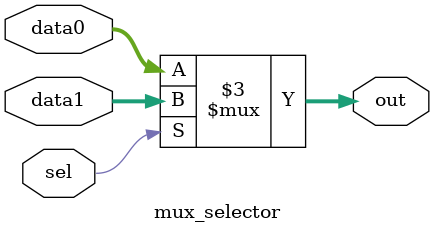
<source format=sv>
module basic_mux_2to1(
    input [7:0] data0, data1,
    input sel,
    output [7:0] out
);

    // 实例化选择逻辑子模块
    mux_selector selector(
        .data0(data0),
        .data1(data1),
        .sel(sel),
        .out(out)
    );

endmodule

// 选择逻辑子模块
module mux_selector(
    input [7:0] data0, data1,
    input sel,
    output reg [7:0] out
);

    always @(*) begin
        if (sel) begin
            out = data1;
        end else begin
            out = data0;
        end
    end

endmodule
</source>
